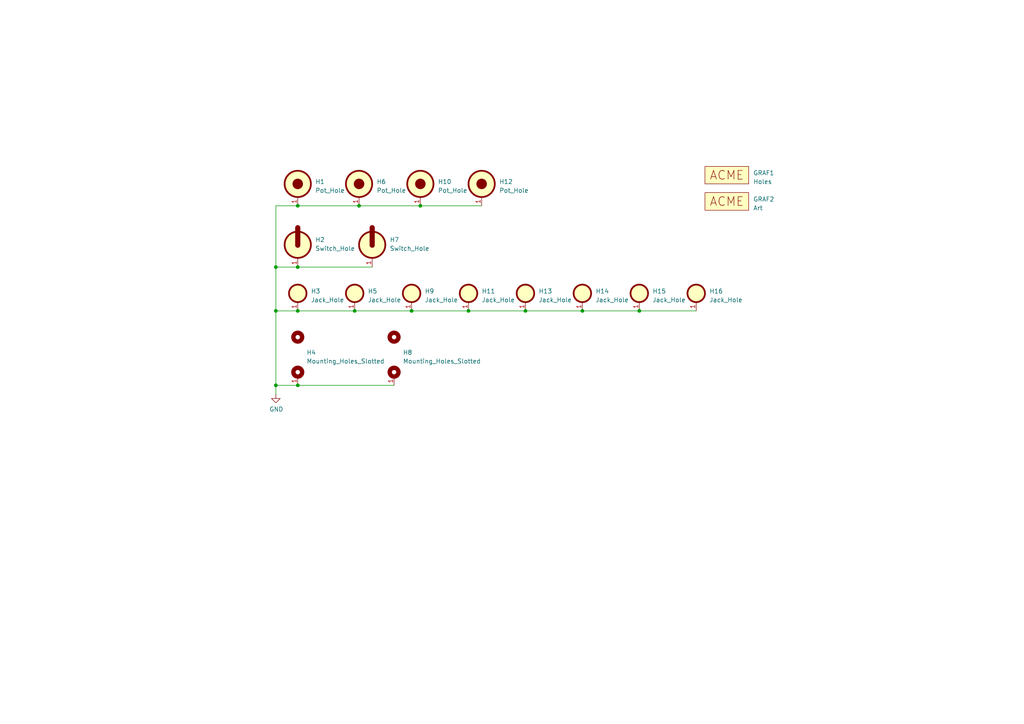
<source format=kicad_sch>
(kicad_sch (version 20230121) (generator eeschema)
  (paper "A4")
  (lib_symbols
    (symbol "AO_symbols:Graphic" (pin_names (offset 1.016)) (in_bom no)
      (property "Reference" "GRAF" (at 0 -3.81 0))
      (property "Value" "Graphic" (at 0 3.81 0))
      (symbol "Graphic_0_0"
        (rectangle (start -6.35 2.54) (end 6.35 -2.54) (fill (type background)))
        (text "ACME" (at 0 0 0) (effects (font (size 2.54 2.54))))
      )
    )
    (symbol "Kosmo:Jack_Hole" (pin_names (offset 1.016))
      (property "Reference" "H" (at 3.81 1.27 0))
      (property "Value" "Jack_Hole" (at 7.62 -1.27 0))
      (symbol "Jack_Hole_1_1"
        (circle (center 0 0) (radius 2.54) (stroke (width 0.508)) (fill (type background)))
        (pin passive line (at 0 -5.08 90) (length 2.54) (name "~") (number "1"))
      )
    )
    (symbol "Kosmo:Mounting_Holes_Slotted" (pin_names (offset 1.016))
      (property "Reference" "H" (at 0 1.27 0))
      (property "Value" "Mounting_Holes_Slotted" (at 0 -1.27 0))
      (symbol "Mounting_Holes_Slotted_1_1"
        (circle (center 0 -5.08) (radius 1.27) (stroke (width 1.27)))
        (circle (center 0 5.08) (radius 1.27) (stroke (width 1.27)))
        (pin passive line (at 0 -8.89 90) (length 2.54) (name "~") (number "1"))
      )
    )
    (symbol "Kosmo:Pot_Hole" (pin_names (offset 1.016))
      (property "Reference" "H" (at 4.826 1.397 0))
      (property "Value" "Pot_Hole" (at 8.128 -1.778 0))
      (symbol "Pot_Hole_0_1"
        (circle (center 0 0) (radius 1.27) (stroke (width 0.508)) (fill (type outline)))
        (circle (center 0 0) (radius 3.81) (stroke (width 0.508)) (fill (type background)))
      )
      (symbol "Pot_Hole_1_1"
        (pin passive line (at 0 -6.35 90) (length 2.54) (name "~") (number "1"))
      )
    )
    (symbol "Kosmo:Switch_Hole" (pin_names (offset 1.016))
      (property "Reference" "H" (at 4.826 1.397 0))
      (property "Value" "Switch_Hole" (at 9.906 -1.778 0))
      (symbol "Switch_Hole_0_1"
        (polyline (pts (xy 0 0) (xy 0 5.08)) (stroke (width 1.4986)))
        (circle (center 0 0.127) (radius 3.81) (stroke (width 0.508)) (fill (type background)))
      )
      (symbol "Switch_Hole_1_1"
        (pin passive line (at 0 -6.35 90) (length 2.54) (name "~") (number "1"))
      )
    )
    (symbol "power:GND" (power) (pin_names (offset 0))
      (property "Value" "GND" (at 0 -3.81 0))
      (symbol "GND_0_1"
        (polyline (pts (xy 0 0) (xy 0 -1.27) (xy 1.27 -1.27) (xy 0 -2.54) (xy -1.27 -1.27) (xy 0 -1.27)))
      )
      (symbol "GND_1_1"
        (pin power_in line (at 0 0 270) (length 0) hide (name "GND") (number "1"))
      )
    )
  )
  (junction (at 86.36 77.47))
  (junction (at 80.01 90.17))
  (junction (at 119.38 90.17))
  (junction (at 80.01 111.76))
  (junction (at 121.92 59.69))
  (junction (at 86.36 59.69))
  (junction (at 80.01 77.47))
  (junction (at 135.89 90.17))
  (junction (at 104.14 59.69))
  (junction (at 168.91 90.17))
  (junction (at 86.36 111.76))
  (junction (at 185.42 90.17))
  (junction (at 102.87 90.17))
  (junction (at 152.4 90.17))
  (junction (at 86.36 90.17))
  (wire (pts (xy 86.36 111.76) (xy 114.3 111.76)))
  (wire (pts (xy 102.87 90.17) (xy 119.38 90.17)))
  (wire (pts (xy 80.01 90.17) (xy 86.36 90.17)))
  (wire (pts (xy 80.01 111.76) (xy 86.36 111.76)))
  (wire (pts (xy 121.92 59.69) (xy 139.7 59.69)))
  (wire (pts (xy 104.14 59.69) (xy 121.92 59.69)))
  (wire (pts (xy 80.01 114.3) (xy 80.01 111.76)))
  (wire (pts (xy 86.36 90.17) (xy 102.87 90.17)))
  (wire (pts (xy 152.4 90.17) (xy 168.91 90.17)))
  (wire (pts (xy 80.01 90.17) (xy 80.01 77.47)))
  (wire (pts (xy 80.01 77.47) (xy 80.01 59.69)))
  (wire (pts (xy 168.91 90.17) (xy 185.42 90.17)))
  (wire (pts (xy 80.01 59.69) (xy 86.36 59.69)))
  (wire (pts (xy 185.42 90.17) (xy 201.93 90.17)))
  (wire (pts (xy 80.01 77.47) (xy 86.36 77.47)))
  (wire (pts (xy 135.89 90.17) (xy 152.4 90.17)))
  (wire (pts (xy 119.38 90.17) (xy 135.89 90.17)))
  (wire (pts (xy 86.36 59.69) (xy 104.14 59.69)))
  (wire (pts (xy 80.01 111.76) (xy 80.01 90.17)))
  (wire (pts (xy 86.36 77.47) (xy 107.95 77.47)))
  (symbol (lib_id "power:GND") (at 80.01 114.3 0) (unit 1)
    (property "Reference" "#PWR01" (effects hide))
    (property "Value" "GND" (at 80.137 118.6942 0))
  )
  (symbol (lib_id "AO_symbols:Graphic") (at 210.82 58.42 0) (unit 1) (in_bom no)
    (property "Reference" "GRAF2" (at 218.44 57.785 0) (effects (justify left)))
    (property "Value" "Art" (at 218.44 60.325 0) (effects (justify left)))
    (property "Footprint" "mfos_vca-panel:mfos_vca_panel_100_art" (effects hide))
    (property "Config" "DNF" (effects hide))
  )
  (symbol (lib_id "Kosmo:Jack_Hole") (at 168.91 85.09 0) (unit 1)
    (property "Reference" "H14" (at 172.72 84.455 0) (effects (justify left)))
    (property "Value" "Jack_Hole" (at 172.72 86.995 0) (effects (justify left)))
    (property "Footprint" "Kosmo_panel_NPTH:Kosmo_Jack_Hole" (effects hide))
  )
  (symbol (lib_id "Kosmo:Jack_Hole") (at 86.36 85.09 0) (unit 1)
    (property "Reference" "H3" (at 90.17 84.455 0) (effects (justify left)))
    (property "Value" "Jack_Hole" (at 90.17 86.995 0) (effects (justify left)))
    (property "Footprint" "Kosmo_panel_NPTH:Kosmo_Jack_Hole" (effects hide))
  )
  (symbol (lib_id "Kosmo:Jack_Hole") (at 102.87 85.09 0) (unit 1)
    (property "Reference" "H5" (at 106.68 84.455 0) (effects (justify left)))
    (property "Value" "Jack_Hole" (at 106.68 86.995 0) (effects (justify left)))
    (property "Footprint" "Kosmo_panel_NPTH:Kosmo_Jack_Hole" (effects hide))
  )
  (symbol (lib_id "Kosmo:Pot_Hole") (at 139.7 53.34 0) (unit 1)
    (property "Reference" "H12" (at 144.78 52.705 0) (effects (justify left)))
    (property "Value" "Pot_Hole" (at 144.78 55.245 0) (effects (justify left)))
    (property "Footprint" "Kosmo_panel_NPTH:Kosmo_Pot_Hole" (effects hide))
  )
  (symbol (lib_id "Kosmo:Jack_Hole") (at 135.89 85.09 0) (unit 1)
    (property "Reference" "H11" (at 139.7 84.455 0) (effects (justify left)))
    (property "Value" "Jack_Hole" (at 139.7 86.995 0) (effects (justify left)))
    (property "Footprint" "Kosmo_panel_NPTH:Kosmo_Jack_Hole" (effects hide))
  )
  (symbol (lib_id "Kosmo:Switch_Hole") (at 107.95 71.12 0) (unit 1)
    (property "Reference" "H7" (at 113.03 69.5388 0) (effects (justify left)))
    (property "Value" "Switch_Hole" (at 113.03 72.0788 0) (effects (justify left)))
    (property "Footprint" "Kosmo_panel_NPTH:Kosmo_Switch_Hole" (effects hide))
  )
  (symbol (lib_id "AO_symbols:Graphic") (at 210.82 50.8 0) (unit 1) (in_bom no)
    (property "Reference" "GRAF1" (at 218.44 50.165 0) (effects (justify left)))
    (property "Value" "Holes" (at 218.44 52.705 0) (effects (justify left)))
    (property "Footprint" "mfos_vca-panel:mfos_vca_panel_100_holes" (effects hide))
    (property "Config" "DNF" (effects hide))
  )
  (symbol (lib_id "Kosmo:Jack_Hole") (at 152.4 85.09 0) (unit 1)
    (property "Reference" "H13" (at 156.21 84.455 0) (effects (justify left)))
    (property "Value" "Jack_Hole" (at 156.21 86.995 0) (effects (justify left)))
    (property "Footprint" "Kosmo_panel_NPTH:Kosmo_Jack_Hole" (effects hide))
  )
  (symbol (lib_id "Kosmo:Mounting_Holes_Slotted") (at 86.36 102.87 0) (unit 1)
    (property "Reference" "H4" (at 88.9 102.235 0) (effects (justify left)))
    (property "Value" "Mounting_Holes_Slotted" (at 88.9 104.775 0) (effects (justify left)))
    (property "Footprint" "Kosmo_panel_NPTH:Kosmo_Panel_Dual_Slotted_Mounting_Holes" (effects hide))
  )
  (symbol (lib_id "Kosmo:Jack_Hole") (at 119.38 85.09 0) (unit 1)
    (property "Reference" "H9" (at 123.19 84.455 0) (effects (justify left)))
    (property "Value" "Jack_Hole" (at 123.19 86.995 0) (effects (justify left)))
    (property "Footprint" "Kosmo_panel_NPTH:Kosmo_Jack_Hole" (effects hide))
  )
  (symbol (lib_id "Kosmo:Pot_Hole") (at 121.92 53.34 0) (unit 1)
    (property "Reference" "H10" (at 127 52.705 0) (effects (justify left)))
    (property "Value" "Pot_Hole" (at 127 55.245 0) (effects (justify left)))
    (property "Footprint" "Kosmo_panel_NPTH:Kosmo_Pot_Hole" (effects hide))
  )
  (symbol (lib_id "Kosmo:Switch_Hole") (at 86.36 71.12 0) (unit 1)
    (property "Reference" "H2" (at 91.44 69.5388 0) (effects (justify left)))
    (property "Value" "Switch_Hole" (at 91.44 72.0788 0) (effects (justify left)))
    (property "Footprint" "Kosmo_panel_NPTH:Kosmo_Switch_Hole" (effects hide))
  )
  (symbol (lib_id "Kosmo:Jack_Hole") (at 185.42 85.09 0) (unit 1)
    (property "Reference" "H15" (at 189.23 84.455 0) (effects (justify left)))
    (property "Value" "Jack_Hole" (at 189.23 86.995 0) (effects (justify left)))
    (property "Footprint" "Kosmo_panel_NPTH:Kosmo_Jack_Hole" (effects hide))
  )
  (symbol (lib_id "Kosmo:Pot_Hole") (at 104.14 53.34 0) (unit 1)
    (property "Reference" "H6" (at 109.22 52.705 0) (effects (justify left)))
    (property "Value" "Pot_Hole" (at 109.22 55.245 0) (effects (justify left)))
    (property "Footprint" "Kosmo_panel_NPTH:Kosmo_Pot_Hole" (effects hide))
  )
  (symbol (lib_id "Kosmo:Pot_Hole") (at 86.36 53.34 0) (unit 1)
    (property "Reference" "H1" (at 91.44 52.705 0) (effects (justify left)))
    (property "Value" "Pot_Hole" (at 91.44 55.245 0) (effects (justify left)))
    (property "Footprint" "Kosmo_panel_NPTH:Kosmo_Pot_Hole" (effects hide))
  )
  (symbol (lib_id "Kosmo:Mounting_Holes_Slotted") (at 114.3 102.87 0) (unit 1)
    (property "Reference" "H8" (at 116.84 102.235 0) (effects (justify left)))
    (property "Value" "Mounting_Holes_Slotted" (at 116.84 104.775 0) (effects (justify left)))
    (property "Footprint" "Kosmo_panel_NPTH:Kosmo_Panel_Dual_Slotted_Mounting_Holes" (effects hide))
  )
  (symbol (lib_id "Kosmo:Jack_Hole") (at 201.93 85.09 0) (unit 1)
    (property "Reference" "H16" (at 205.74 84.455 0) (effects (justify left)))
    (property "Value" "Jack_Hole" (at 205.74 86.995 0) (effects (justify left)))
    (property "Footprint" "Kosmo_panel_NPTH:Kosmo_Jack_Hole" (effects hide))
  )
)
</source>
